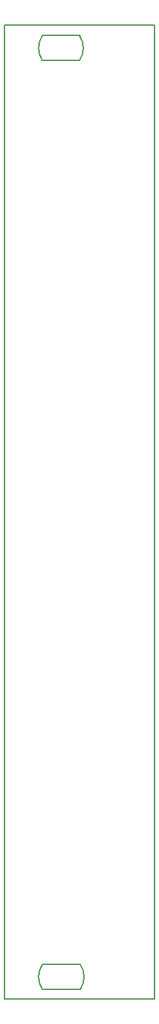
<source format=gbr>
%TF.GenerationSoftware,KiCad,Pcbnew,(6.0.5)*%
%TF.CreationDate,2022-07-25T10:14:22+02:00*%
%TF.ProjectId,rack_slot_cover,7261636b-5f73-46c6-9f74-5f636f766572,rev?*%
%TF.SameCoordinates,Original*%
%TF.FileFunction,Profile,NP*%
%FSLAX46Y46*%
G04 Gerber Fmt 4.6, Leading zero omitted, Abs format (unit mm)*
G04 Created by KiCad (PCBNEW (6.0.5)) date 2022-07-25 10:14:22*
%MOMM*%
%LPD*%
G01*
G04 APERTURE LIST*
%TA.AperFunction,Profile*%
%ADD10C,0.200000*%
%TD*%
G04 APERTURE END LIST*
D10*
X10000000Y-127150000D02*
G75*
G03*
X10000000Y-123850000I-2446226J1650000D01*
G01*
X5000000Y-123850000D02*
X10000000Y-123850000D01*
X5000000Y-123850000D02*
G75*
G03*
X5000000Y-127150000I2446226J-1650000D01*
G01*
X10000000Y-127150000D02*
X5000000Y-127150000D01*
X9895000Y-4650000D02*
G75*
G03*
X9895000Y-1350000I-2446226J1650000D01*
G01*
X5000000Y-1350000D02*
X10000000Y-1350000D01*
X5000000Y-1350000D02*
G75*
G03*
X5000000Y-4650000I2446226J-1650000D01*
G01*
X9895000Y-4650000D02*
X4895000Y-4650000D01*
X19790000Y-128400000D02*
X19790000Y0D01*
X0Y-128400000D02*
X19790000Y-128400000D01*
X0Y0D02*
X0Y-128400000D01*
X19790000Y0D02*
X0Y0D01*
M02*

</source>
